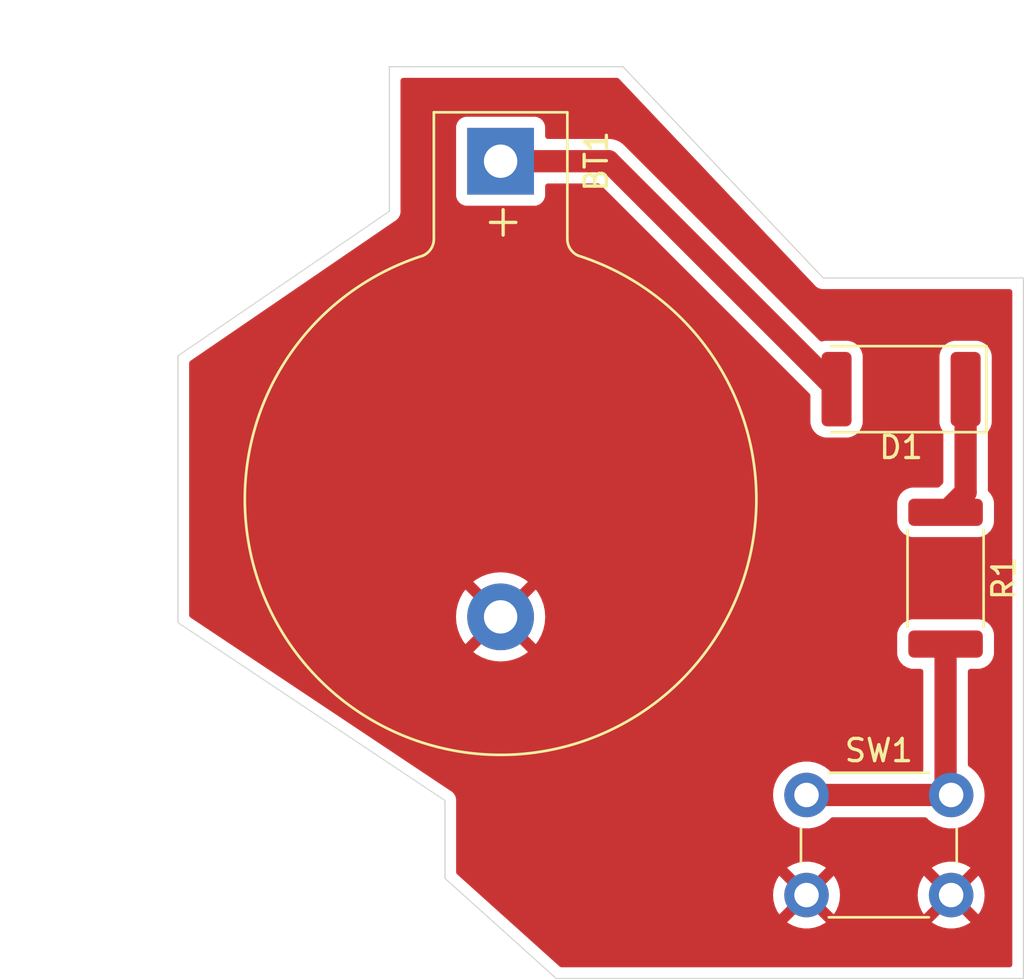
<source format=kicad_pcb>
(kicad_pcb (version 20240108) (generator "pcbnew") (generator_version "8.0")
  (layers (0 "F.Cu" signal) (31 "B.Cu" signal) (34 "B.Paste" user) (35 "F.Paste" user) (36 "B.SilkS" user "B.Silkscreen") (37 "F.SilkS" user "F.Silkscreen") (38 "B.Mask" user) (39 "F.Mask" user) (44 "Edge.Cuts" user))
  (net 0 "")
  (net 1 "GND")
  (net 2 "Net-(BT1-+)")
  (net 3 "Net-(D1-K)")
  (net 4 "Net-(SW1-A)")
  (footprint "Button_Switch_THT:SW_PUSH_6mm" (layer "F.Cu") (at 137.75 101.75)
    (property "Reference" "SW1" (at 3.25 -2 0) (layer "F.SilkS"))
    (property "Value" "SW_SPST")
    (fp_line (start -0.25 1.5) (end -0.25 3) (stroke (width 0.12)) (layer "F.SilkS"))
    (fp_line (start 1 5.5) (end 5.5 5.5) (stroke (width 0.12)) (layer "F.SilkS"))
    (fp_line (start 5.5 -1) (end 1 -1) (stroke (width 0.12)) (layer "F.SilkS"))
    (fp_line (start 6.75 3) (end 6.75 1.5) (stroke (width 0.12)) (layer "F.SilkS"))
    (pad "1" thru_hole circle (at 0 0 90) (size 2 2) (drill 1.1) (layers "*.Cu" "*.Mask") (net 4 "Net-(SW1-A)"))
    (pad "1" thru_hole circle (at 6.5 0 90) (size 2 2) (drill 1.1) (layers "*.Cu" "*.Mask") (net 4 "Net-(SW1-A)"))
    (pad "2" thru_hole circle (at 0 4.5 90) (size 2 2) (drill 1.1) (layers "*.Cu" "*.Mask") (net 1 "GND"))
    (pad "2" thru_hole circle (at 6.5 4.5 90) (size 2 2) (drill 1.1) (layers "*.Cu" "*.Mask") (net 1 "GND"))
  )
  (footprint "Battery:BatteryHolder_Keystone_103_1x20mm" (layer "F.Cu") (at 124.000001 73.25 -90)
    (property "Reference" "BT1" (at 0 -4.3 90) (layer "F.SilkS"))
    (property "Value" "Battery_Cell")
    (fp_line (start -2.2 3) (end 3.5 3) (stroke (width 0.12)) (layer "F.SilkS"))
    (fp_line (start -2.2 3) (end -2.2 -3) (stroke (width 0.12)) (layer "F.SilkS"))
    (fp_line (start -2.2 -3) (end 3.5 -3) (stroke (width 0.12)) (layer "F.SilkS"))
    (fp_arc (start 3.5 3) (mid 3.950694 3.136459) (end 4.25 3.5) (stroke (width 0.12)) (layer "F.SilkS"))
    (fp_arc (start 26.695671 0) (mid 16.971103 11.358466) (end 4.25 3.5) (stroke (width 0.12)) (layer "F.SilkS"))
    (fp_arc (start 4.25 -3.5) (mid 16.971103 -11.358466) (end 26.695671 0) (stroke (width 0.12)) (layer "F.SilkS"))
    (fp_arc (start 4.25 -3.5) (mid 3.950694 -3.136459) (end 3.5 -3) (stroke (width 0.12)) (layer "F.SilkS"))
    (fp_text user "+" (at 2.75 0 90) (layer "F.SilkS") (effects (font (size 1.5 1.5))))
    (pad "1" thru_hole rect (at 0 0 270) (size 3 3) (drill 1.5) (layers "*.Cu" "*.Mask") (net 2 "Net-(BT1-+)"))
    (pad "2" thru_hole circle (at 20.49 0 270) (size 3 3) (drill 1.5) (layers "*.Cu" "*.Mask") (net 1 "GND"))
  )
  (footprint "Resistor_SMD:R_2512_6332Metric" (layer "F.Cu") (at 144 92 -90)
    (property "Reference" "R1" (at 0 -2.62 90) (layer "F.SilkS"))
    (property "Value" "R_US")
    (fp_line (start -2.177064 1.71) (end 2.177064 1.71) (stroke (width 0.12)) (layer "F.SilkS"))
    (fp_line (start -2.177064 -1.71) (end 2.177064 -1.71) (stroke (width 0.12)) (layer "F.SilkS"))
    (pad "1" smd roundrect (at -2.9625 0 270) (size 1.225 3.35) (layers "F.Cu" "F.Paste" "F.Mask") (roundrect_rratio 0.204082) (net 3 "Net-(D1-K)"))
    (pad "2" smd roundrect (at 2.9625 0 270) (size 1.225 3.35) (layers "F.Cu" "F.Paste" "F.Mask") (roundrect_rratio 0.204082) (net 4 "Net-(SW1-A)"))
  )
  (footprint "LED_SMD:LED_2512_6332Metric" (layer "F.Cu") (at 142 83.5 180)
    (property "Reference" "D1" (at 0 -2.62 360) (layer "F.SilkS"))
    (property "Value" "LED")
    (fp_line (start 3.15 -1.935) (end -3.835 -1.935) (stroke (width 0.12)) (layer "F.SilkS"))
    (fp_line (start -3.835 1.935) (end 3.15 1.935) (stroke (width 0.12)) (layer "F.SilkS"))
    (fp_line (start -3.835 -1.935) (end -3.835 1.935) (stroke (width 0.12)) (layer "F.SilkS"))
    (pad "1" smd roundrect (at -2.9 0 180) (size 1.35 3.35) (layers "F.Cu" "F.Paste" "F.Mask") (roundrect_rratio 0.185185) (net 3 "Net-(D1-K)"))
    (pad "2" smd roundrect (at 2.9 0 180) (size 1.35 3.35) (layers "F.Cu" "F.Paste" "F.Mask") (roundrect_rratio 0.185185) (net 2 "Net-(BT1-+)"))
  )
  (gr_line (start 109.5 82) (end 119 75.5) (stroke (width 0.05)) (layer "Edge.Cuts"))
  (gr_line (start 121.5 105.5) (end 121.5 102) (stroke (width 0.05)) (layer "Edge.Cuts"))
  (gr_line (start 138.5 78.5) (end 147.5 78.5) (stroke (width 0.05)) (layer "Edge.Cuts"))
  (gr_line (start 119 69) (end 129.5 69) (stroke (width 0.05)) (layer "Edge.Cuts"))
  (gr_line (start 126.5 110) (end 121.5 105.5) (stroke (width 0.05)) (layer "Edge.Cuts"))
  (gr_line (start 147.5 78.5) (end 147.5 110) (stroke (width 0.05)) (layer "Edge.Cuts"))
  (gr_line (start 119 75.5) (end 119 69) (stroke (width 0.05)) (layer "Edge.Cuts"))
  (gr_line (start 129.5 69) (end 138.5 78.5) (stroke (width 0.05)) (layer "Edge.Cuts"))
  (gr_line (start 147.5 110) (end 126.5 110) (stroke (width 0.05)) (layer "Edge.Cuts"))
  (gr_line (start 121.5 102) (end 109.5 94) (stroke (width 0.05)) (layer "Edge.Cuts"))
  (gr_line (start 109.5 94) (end 109.5 82) (stroke (width 0.05)) (layer "Edge.Cuts"))
  (segment (start 124.000001 73.25) (end 128.85 73.25) (width 1) (layer "F.Cu") (net 2))
  (segment (start 128.85 73.25) (end 139.1 83.5) (width 1) (layer "F.Cu") (net 2))
  (segment (start 144.9 83.5) (end 144.9 88.1375) (width 1) (layer "F.Cu") (net 3))
  (segment (start 144.9 88.1375) (end 144 89.0375) (width 1) (layer "F.Cu") (net 3))
  (segment (start 144 94.9625) (end 144 101.5) (width 1) (layer "F.Cu") (net 4))
  (segment (start 137.75 101.75) (end 144.25 101.75) (width 1) (layer "F.Cu") (net 4))
  (segment (start 144 101.5) (end 144.25 101.75) (width 1) (layer "F.Cu") (net 4))
  (zone (net 1) (net_name "GND") (layer "F.Cu") (connect_pads (clearance 0.5)) (min_thickness 0.25) (fill yes (thermal_gap 0.5) (thermal_bridge_width 0.5))
    (polygon (pts (xy 147.5 110) (xy 147.5 66) (xy 101.5 66) (xy 101.5 109.5)))
  )
)
</source>
